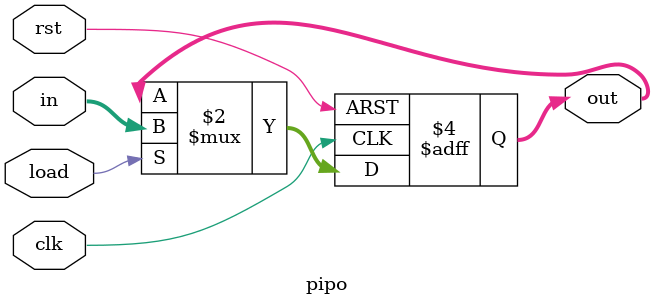
<source format=v>
module pipo(
  input clk,rst,
  input [3:0] in,
  input load,
  output reg [3:0] out);
  always@(posedge clk or posedge rst) begin
    if(rst)
      out<=4'b0;
    else if(load) begin
      out<=in;
    end
  end
endmodule

</source>
